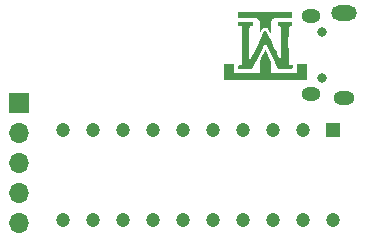
<source format=gbr>
%TF.GenerationSoftware,KiCad,Pcbnew,7.0.9*%
%TF.CreationDate,2024-08-09T11:55:52-06:00*%
%TF.ProjectId,SWAG_BAR_LED_ARM,53574147-5f42-4415-925f-4c45445f4152,rev?*%
%TF.SameCoordinates,Original*%
%TF.FileFunction,Soldermask,Bot*%
%TF.FilePolarity,Negative*%
%FSLAX46Y46*%
G04 Gerber Fmt 4.6, Leading zero omitted, Abs format (unit mm)*
G04 Created by KiCad (PCBNEW 7.0.9) date 2024-08-09 11:55:52*
%MOMM*%
%LPD*%
G01*
G04 APERTURE LIST*
%ADD10O,0.800000X0.800000*%
%ADD11O,1.800000X1.150000*%
%ADD12O,1.600000X1.200000*%
%ADD13O,2.200000X1.300000*%
%ADD14R,1.700000X1.700000*%
%ADD15O,1.700000X1.700000*%
%ADD16R,1.200000X1.200000*%
%ADD17C,1.200000*%
G04 APERTURE END LIST*
%TO.C,*%
G36*
X101603484Y-90590333D02*
G01*
X100819584Y-90595096D01*
X100035685Y-90599859D01*
X99963549Y-90641157D01*
X99894516Y-90696021D01*
X99847415Y-90757290D01*
X99803418Y-90832126D01*
X99795123Y-91387906D01*
X99786828Y-91943687D01*
X99685100Y-91752896D01*
X99641924Y-91671512D01*
X99599995Y-91591768D01*
X99564163Y-91522927D01*
X99539654Y-91475006D01*
X99495936Y-91387906D01*
X99133906Y-91387906D01*
X98987539Y-91671976D01*
X98841171Y-91956046D01*
X98824581Y-90832126D01*
X98779192Y-90754914D01*
X98727367Y-90687744D01*
X98658481Y-90640634D01*
X98654763Y-90638781D01*
X98575724Y-90599859D01*
X97024516Y-90590321D01*
X97024516Y-90093850D01*
X101603484Y-90093850D01*
X101603484Y-90590333D01*
G37*
G36*
X99319732Y-93271847D02*
G01*
X99341570Y-93310198D01*
X99373889Y-93371926D01*
X99414983Y-93453654D01*
X99463146Y-93552003D01*
X99516673Y-93663595D01*
X99558709Y-93752661D01*
X99795123Y-94256947D01*
X99795123Y-95253484D01*
X101985064Y-95253484D01*
X101985064Y-94490323D01*
X102797997Y-94490323D01*
X102797997Y-95834150D01*
X95830002Y-95834150D01*
X95830002Y-94490323D01*
X96642935Y-94490323D01*
X96642935Y-95253484D01*
X98832876Y-95253484D01*
X98832876Y-94261818D01*
X99065371Y-93766972D01*
X99121575Y-93647761D01*
X99173621Y-93538163D01*
X99219759Y-93441798D01*
X99258241Y-93362288D01*
X99287319Y-93303255D01*
X99305244Y-93268318D01*
X99310080Y-93260251D01*
X99319732Y-93271847D01*
G37*
G36*
X98252210Y-91217780D02*
G01*
X98168022Y-91225869D01*
X98080360Y-91246321D01*
X98017011Y-91288913D01*
X97976942Y-91354371D01*
X97974228Y-91362045D01*
X97970393Y-91380593D01*
X97967072Y-91412944D01*
X97964245Y-91460881D01*
X97961893Y-91526188D01*
X97959995Y-91610650D01*
X97958531Y-91716051D01*
X97957482Y-91844175D01*
X97956827Y-91996806D01*
X97956547Y-92175728D01*
X97956622Y-92382727D01*
X97957032Y-92619585D01*
X97957637Y-92848709D01*
X97961877Y-94273157D01*
X98591867Y-92988603D01*
X99221856Y-91704048D01*
X99291777Y-91693563D01*
X99339622Y-91688396D01*
X99374393Y-91688198D01*
X99380512Y-91689350D01*
X99390588Y-91704873D01*
X99414112Y-91747967D01*
X99449955Y-91816396D01*
X99496988Y-91907923D01*
X99554081Y-92020314D01*
X99620106Y-92151331D01*
X99693932Y-92298738D01*
X99774432Y-92460300D01*
X99860476Y-92633779D01*
X99950934Y-92816941D01*
X99991249Y-92898814D01*
X100084249Y-93087847D01*
X100173863Y-93269983D01*
X100258888Y-93442777D01*
X100338121Y-93603786D01*
X100410358Y-93750563D01*
X100474396Y-93880666D01*
X100529032Y-93991648D01*
X100573063Y-94081065D01*
X100605285Y-94146473D01*
X100624496Y-94185427D01*
X100627980Y-94192475D01*
X100672789Y-94282942D01*
X100669456Y-92812275D01*
X100668865Y-92557862D01*
X100668285Y-92334544D01*
X100667665Y-92140233D01*
X100666956Y-91972843D01*
X100666106Y-91830288D01*
X100665064Y-91710481D01*
X100663782Y-91611335D01*
X100662207Y-91530764D01*
X100660289Y-91466681D01*
X100657979Y-91417000D01*
X100655224Y-91379634D01*
X100651976Y-91352496D01*
X100648182Y-91333500D01*
X100643794Y-91320560D01*
X100638759Y-91311588D01*
X100633029Y-91304498D01*
X100632942Y-91304400D01*
X100572320Y-91258018D01*
X100494450Y-91228965D01*
X100434389Y-91222002D01*
X100375789Y-91222002D01*
X100375789Y-90906783D01*
X101603484Y-90906783D01*
X101603484Y-91222002D01*
X101532974Y-91222366D01*
X101447636Y-91233860D01*
X101373177Y-91264637D01*
X101317640Y-91310502D01*
X101295597Y-91346177D01*
X101291014Y-91373697D01*
X101286944Y-91431163D01*
X101283379Y-91515705D01*
X101280309Y-91624450D01*
X101277728Y-91754527D01*
X101275625Y-91903064D01*
X101273994Y-92067191D01*
X101272824Y-92244035D01*
X101272107Y-92430725D01*
X101271836Y-92624389D01*
X101272001Y-92822157D01*
X101272595Y-93021155D01*
X101273608Y-93218514D01*
X101275031Y-93411361D01*
X101276858Y-93596825D01*
X101279078Y-93772034D01*
X101281684Y-93934117D01*
X101284666Y-94080202D01*
X101288018Y-94207418D01*
X101291729Y-94312893D01*
X101295791Y-94393757D01*
X101300197Y-94447136D01*
X101304855Y-94470042D01*
X101346446Y-94509834D01*
X101411649Y-94545426D01*
X101490898Y-94572281D01*
X101541866Y-94582408D01*
X101621267Y-94593812D01*
X101616523Y-94745301D01*
X101611779Y-94896789D01*
X100407844Y-94896789D01*
X99866825Y-93772785D01*
X99779823Y-93592336D01*
X99696858Y-93420847D01*
X99619065Y-93260631D01*
X99547580Y-93113997D01*
X99483539Y-92983257D01*
X99428077Y-92870722D01*
X99382329Y-92778704D01*
X99347431Y-92709513D01*
X99324519Y-92665460D01*
X99314728Y-92648856D01*
X99314562Y-92648781D01*
X99305747Y-92663361D01*
X99283742Y-92705559D01*
X99249683Y-92773063D01*
X99204704Y-92863561D01*
X99149939Y-92974742D01*
X99086523Y-93104295D01*
X99015591Y-93249906D01*
X98938278Y-93409265D01*
X98855718Y-93580059D01*
X98769045Y-93759977D01*
X98762886Y-93772785D01*
X98222453Y-94896789D01*
X97016220Y-94896789D01*
X97011481Y-94745664D01*
X97006742Y-94594538D01*
X97083494Y-94584018D01*
X97149988Y-94569774D01*
X97217538Y-94547821D01*
X97230447Y-94542445D01*
X97251463Y-94533759D01*
X97270008Y-94526093D01*
X97286236Y-94517436D01*
X97300301Y-94505777D01*
X97312357Y-94489105D01*
X97322558Y-94465411D01*
X97331058Y-94432682D01*
X97338011Y-94388909D01*
X97343570Y-94332081D01*
X97347891Y-94260188D01*
X97351126Y-94171218D01*
X97353431Y-94063161D01*
X97354958Y-93934006D01*
X97355862Y-93781742D01*
X97356296Y-93604360D01*
X97356416Y-93399848D01*
X97356374Y-93166196D01*
X97356325Y-92901392D01*
X97356325Y-92898746D01*
X97356365Y-92633570D01*
X97356388Y-92399565D01*
X97356247Y-92194719D01*
X97355796Y-92017024D01*
X97354889Y-91864468D01*
X97353379Y-91735041D01*
X97351120Y-91626733D01*
X97347966Y-91537534D01*
X97343770Y-91465432D01*
X97338386Y-91408419D01*
X97331668Y-91364484D01*
X97323469Y-91331616D01*
X97313643Y-91307805D01*
X97302043Y-91291040D01*
X97288524Y-91279313D01*
X97272938Y-91270611D01*
X97255141Y-91262925D01*
X97236669Y-91255015D01*
X97175299Y-91234417D01*
X97110579Y-91223093D01*
X97095025Y-91222366D01*
X97024516Y-91222002D01*
X97024516Y-90906783D01*
X98252210Y-90906783D01*
X98252210Y-91217780D01*
G37*
%TD*%
D10*
%TO.C,J3*%
X104079000Y-95676000D03*
X104079000Y-91776000D03*
D11*
X105979000Y-97326000D03*
D12*
X103179000Y-97026000D03*
X103179000Y-90426000D03*
D13*
X105979000Y-90126000D03*
%TD*%
D14*
%TO.C,J1*%
X78435200Y-97790000D03*
D15*
X78435200Y-100330000D03*
X78435200Y-102870000D03*
X78435200Y-105410000D03*
X78435200Y-107950000D03*
%TD*%
D16*
%TO.C,BAR1*%
X105048500Y-100056500D03*
D17*
X102508500Y-100056500D03*
X99968500Y-100056500D03*
X97428500Y-100056500D03*
X94888500Y-100056500D03*
X92348500Y-100056500D03*
X89808500Y-100056500D03*
X87268500Y-100056500D03*
X84728500Y-100056500D03*
X82188500Y-100056500D03*
X82188500Y-107676500D03*
X84728500Y-107676500D03*
X87268500Y-107676500D03*
X89808500Y-107676500D03*
X92348500Y-107676500D03*
X94888500Y-107676500D03*
X97428500Y-107676500D03*
X99968500Y-107676500D03*
X102508500Y-107676500D03*
X105048500Y-107676500D03*
%TD*%
M02*

</source>
